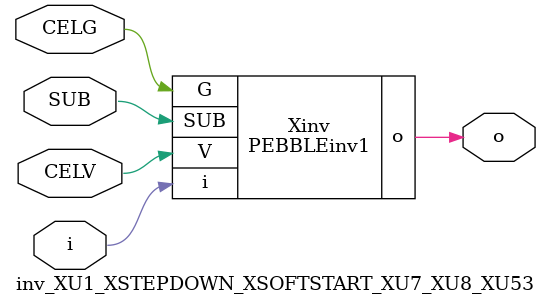
<source format=v>



module PEBBLEinv1 ( o, G, SUB, V, i );

  input V;
  input i;
  input G;
  output o;
  input SUB;
endmodule

//Celera Confidential Do Not Copy inv_XU1_XSTEPDOWN_XSOFTSTART_XU7_XU8_XU53
//Celera Confidential Symbol Generator
//5V Inverter
module inv_XU1_XSTEPDOWN_XSOFTSTART_XU7_XU8_XU53 (CELV,CELG,i,o,SUB);
input CELV;
input CELG;
input i;
input SUB;
output o;

//Celera Confidential Do Not Copy inv
PEBBLEinv1 Xinv(
.V (CELV),
.i (i),
.o (o),
.SUB (SUB),
.G (CELG)
);
//,diesize,PEBBLEinv1

//Celera Confidential Do Not Copy Module End
//Celera Schematic Generator
endmodule

</source>
